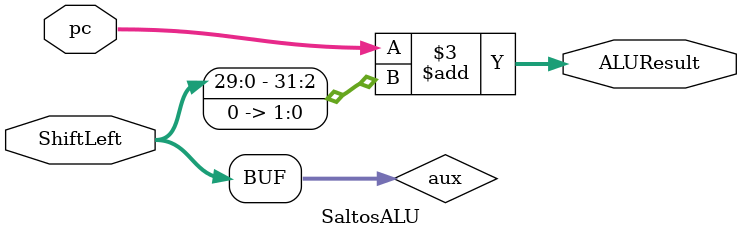
<source format=v>
`timescale 1ns / 1ps
module SaltosALU(
			input [31:0] ShiftLeft, pc,
			output reg [31:0] ALUResult
    );

reg [31:0] aux;
always @*
	begin
		aux = ShiftLeft;
		ALUResult <= pc + (ShiftLeft << 2);
	end


endmodule

</source>
